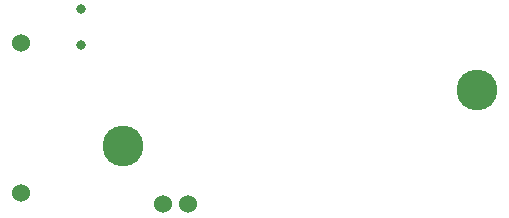
<source format=gbr>
%TF.GenerationSoftware,Altium Limited,Altium Designer,22.8.2 (66)*%
G04 Layer_Color=255*
%FSLAX45Y45*%
%MOMM*%
%TF.SameCoordinates,DE4C73A7-34E9-4613-BA68-141157798951*%
%TF.FilePolarity,Positive*%
%TF.FileFunction,Pads,Bot*%
%TF.Part,Single*%
G01*
G75*
%TA.AperFunction,ViaPad*%
%ADD41C,1.52400*%
%TA.AperFunction,ComponentPad*%
%ADD42C,0.81280*%
%ADD43C,1.52400*%
%ADD44C,3.45440*%
D41*
X4033520Y3053080D02*
D03*
X4239260D02*
D03*
D42*
X3335020Y4699140D02*
D03*
Y4399140D02*
D03*
D43*
X2829560Y3143250D02*
D03*
Y4413250D02*
D03*
D44*
X3693160Y3543300D02*
D03*
X6690360Y4013200D02*
D03*
%TF.MD5,e3b3d0906b9a0b8fad4efc9005b66c7e*%
M02*

</source>
